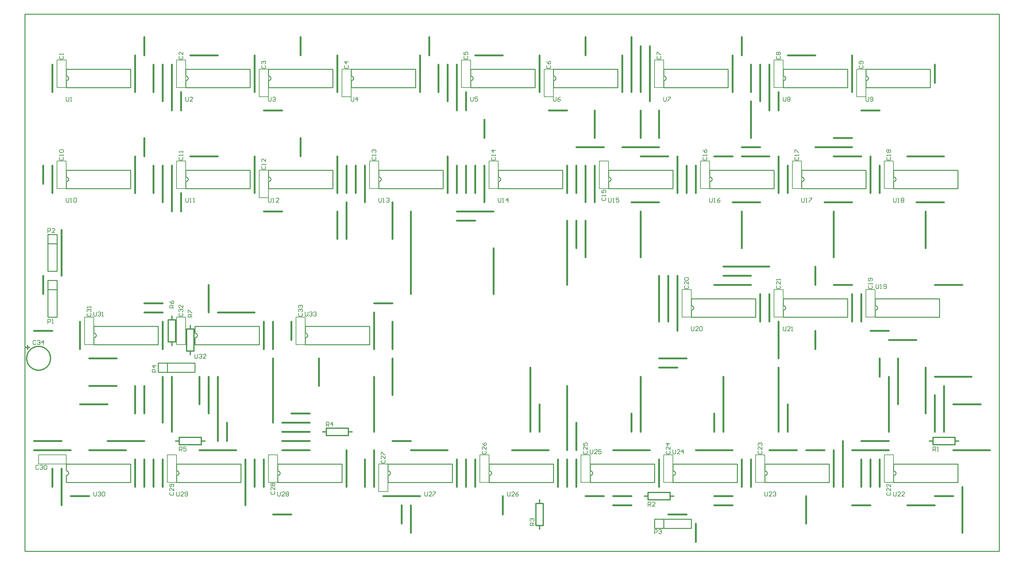
<source format=gto>
%FSLAX23Y23*%
%MOIN*%
G70*
G01*
G75*
%ADD10C,0.050*%
%ADD11C,0.050*%
%ADD12C,0.010*%
%ADD13C,0.009*%
%ADD14R,0.080X0.080*%
%ADD15C,0.080*%
%ADD16C,0.250*%
%ADD17C,0.012*%
%ADD18C,0.020*%
%ADD19C,0.008*%
%ADD20C,0.020*%
%ADD21C,0.006*%
D12*
X6545Y7395D02*
X6555Y7397D01*
X6563Y7402D01*
X6568Y7410D01*
X6570Y7420D01*
X6568Y7430D01*
X6563Y7438D01*
X6555Y7443D01*
X6545Y7445D01*
X7745Y7395D02*
X7755Y7397D01*
X7763Y7402D01*
X7768Y7410D01*
X7770Y7420D01*
X7768Y7430D01*
X7763Y7438D01*
X7755Y7443D01*
X7745Y7445D01*
X5145Y10195D02*
X5155Y10197D01*
X5163Y10202D01*
X5168Y10210D01*
X5170Y10220D01*
X5168Y10230D01*
X5163Y10238D01*
X5155Y10243D01*
X5145Y10245D01*
Y9095D02*
X5155Y9097D01*
X5163Y9102D01*
X5168Y9110D01*
X5170Y9120D01*
X5168Y9130D01*
X5163Y9138D01*
X5155Y9143D01*
X5145Y9145D01*
X6445Y9095D02*
X6455Y9097D01*
X6463Y9102D01*
X6468Y9110D01*
X6470Y9120D01*
X6468Y9130D01*
X6463Y9138D01*
X6455Y9143D01*
X6445Y9145D01*
X7345Y9095D02*
X7355Y9097D01*
X7363Y9102D01*
X7368Y9110D01*
X7370Y9120D01*
X7368Y9130D01*
X7363Y9138D01*
X7355Y9143D01*
X7345Y9145D01*
X8545Y9095D02*
X8555Y9097D01*
X8563Y9102D01*
X8568Y9110D01*
X8570Y9120D01*
X8568Y9130D01*
X8563Y9138D01*
X8555Y9143D01*
X8545Y9145D01*
X9845Y9095D02*
X9855Y9097D01*
X9863Y9102D01*
X9868Y9110D01*
X9870Y9120D01*
X9868Y9130D01*
X9863Y9138D01*
X9855Y9143D01*
X9845Y9145D01*
X11045Y9095D02*
X11055Y9097D01*
X11063Y9102D01*
X11068Y9110D01*
X11070Y9120D01*
X11068Y9130D01*
X11063Y9138D01*
X11055Y9143D01*
X11045Y9145D01*
X12145Y9095D02*
X12155Y9097D01*
X12163Y9102D01*
X12168Y9110D01*
X12170Y9120D01*
X12168Y9130D01*
X12163Y9138D01*
X12155Y9143D01*
X12145Y9145D01*
X13145Y9095D02*
X13155Y9097D01*
X13163Y9102D01*
X13168Y9110D01*
X13170Y9120D01*
X13168Y9130D01*
X13163Y9138D01*
X13155Y9143D01*
X13145Y9145D01*
X14145Y9095D02*
X14155Y9097D01*
X14163Y9102D01*
X14168Y9110D01*
X14170Y9120D01*
X14168Y9130D01*
X14163Y9138D01*
X14155Y9143D01*
X14145Y9145D01*
X13945Y7695D02*
X13955Y7697D01*
X13963Y7702D01*
X13968Y7710D01*
X13970Y7720D01*
X13968Y7730D01*
X13963Y7738D01*
X13955Y7743D01*
X13945Y7745D01*
X6445Y10195D02*
X6455Y10197D01*
X6463Y10202D01*
X6468Y10210D01*
X6470Y10220D01*
X6468Y10230D01*
X6463Y10238D01*
X6455Y10243D01*
X6445Y10245D01*
X11945Y7695D02*
X11955Y7697D01*
X11963Y7702D01*
X11968Y7710D01*
X11970Y7720D01*
X11968Y7730D01*
X11963Y7738D01*
X11955Y7743D01*
X11945Y7745D01*
X12945Y7695D02*
X12955Y7697D01*
X12963Y7702D01*
X12968Y7710D01*
X12970Y7720D01*
X12968Y7730D01*
X12963Y7738D01*
X12955Y7743D01*
X12945Y7745D01*
X14145Y5895D02*
X14155Y5897D01*
X14163Y5902D01*
X14168Y5910D01*
X14170Y5920D01*
X14168Y5930D01*
X14163Y5938D01*
X14155Y5943D01*
X14145Y5945D01*
X12745Y5895D02*
X12755Y5897D01*
X12763Y5902D01*
X12768Y5910D01*
X12770Y5920D01*
X12768Y5930D01*
X12763Y5938D01*
X12755Y5943D01*
X12745Y5945D01*
X11745Y5895D02*
X11755Y5897D01*
X11763Y5902D01*
X11768Y5910D01*
X11770Y5920D01*
X11768Y5930D01*
X11763Y5938D01*
X11755Y5943D01*
X11745Y5945D01*
X10845Y5895D02*
X10855Y5897D01*
X10863Y5902D01*
X10868Y5910D01*
X10870Y5920D01*
X10868Y5930D01*
X10863Y5938D01*
X10855Y5943D01*
X10845Y5945D01*
X9745Y5895D02*
X9755Y5897D01*
X9763Y5902D01*
X9768Y5910D01*
X9770Y5920D01*
X9768Y5930D01*
X9763Y5938D01*
X9755Y5943D01*
X9745Y5945D01*
X8645Y5895D02*
X8655Y5897D01*
X8663Y5902D01*
X8668Y5910D01*
X8670Y5920D01*
X8668Y5930D01*
X8663Y5938D01*
X8655Y5943D01*
X8645Y5945D01*
X7445Y5895D02*
X7455Y5897D01*
X7463Y5902D01*
X7468Y5910D01*
X7470Y5920D01*
X7468Y5930D01*
X7463Y5938D01*
X7455Y5943D01*
X7445Y5945D01*
X6345Y5895D02*
X6355Y5897D01*
X6363Y5902D01*
X6368Y5910D01*
X6370Y5920D01*
X6368Y5930D01*
X6363Y5938D01*
X6355Y5943D01*
X6345Y5945D01*
X7345Y10195D02*
X7355Y10197D01*
X7363Y10202D01*
X7368Y10210D01*
X7370Y10220D01*
X7368Y10230D01*
X7363Y10238D01*
X7355Y10243D01*
X7345Y10245D01*
X5145Y5895D02*
X5155Y5897D01*
X5163Y5902D01*
X5168Y5910D01*
X5170Y5920D01*
X5168Y5930D01*
X5163Y5938D01*
X5155Y5943D01*
X5145Y5945D01*
X5445Y7395D02*
X5455Y7397D01*
X5463Y7402D01*
X5468Y7410D01*
X5470Y7420D01*
X5468Y7430D01*
X5463Y7438D01*
X5455Y7443D01*
X5445Y7445D01*
X8245Y10195D02*
X8255Y10197D01*
X8263Y10202D01*
X8268Y10210D01*
X8270Y10220D01*
X8268Y10230D01*
X8263Y10238D01*
X8255Y10243D01*
X8245Y10245D01*
X9545Y10195D02*
X9555Y10197D01*
X9563Y10202D01*
X9568Y10210D01*
X9570Y10220D01*
X9568Y10230D01*
X9563Y10238D01*
X9555Y10243D01*
X9545Y10245D01*
X10445Y10195D02*
X10455Y10197D01*
X10463Y10202D01*
X10468Y10210D01*
X10470Y10220D01*
X10468Y10230D01*
X10463Y10238D01*
X10455Y10243D01*
X10445Y10245D01*
X11645Y10195D02*
X11655Y10197D01*
X11663Y10202D01*
X11668Y10210D01*
X11670Y10220D01*
X11668Y10230D01*
X11663Y10238D01*
X11655Y10243D01*
X11645Y10245D01*
X12945Y10195D02*
X12955Y10197D01*
X12963Y10202D01*
X12968Y10210D01*
X12970Y10220D01*
X12968Y10230D01*
X12963Y10238D01*
X12955Y10243D01*
X12945Y10245D01*
X13845Y10195D02*
X13855Y10197D01*
X13863Y10202D01*
X13868Y10210D01*
X13870Y10220D01*
X13868Y10230D01*
X13863Y10238D01*
X13855Y10243D01*
X13845Y10245D01*
X6545Y7320D02*
Y7395D01*
Y7445D02*
Y7520D01*
X7245D01*
Y7320D02*
Y7520D01*
X6545Y7320D02*
X7245D01*
X7745D02*
X8445D01*
Y7520D01*
X7745D02*
X8445D01*
X7745Y7445D02*
Y7520D01*
Y7320D02*
Y7395D01*
X5145Y10120D02*
Y10195D01*
Y10245D02*
Y10320D01*
X5845D01*
Y10120D02*
Y10320D01*
X5145Y10120D02*
X5845D01*
X5145Y9020D02*
X5845D01*
Y9220D01*
X5145D02*
X5845D01*
X5145Y9145D02*
Y9220D01*
Y9020D02*
Y9095D01*
X6445Y9020D02*
Y9095D01*
Y9145D02*
Y9220D01*
X7145D01*
Y9020D02*
Y9220D01*
X6445Y9020D02*
X7145D01*
X7345D02*
X8045D01*
Y9220D01*
X7345D02*
X8045D01*
X7345Y9145D02*
Y9220D01*
Y9020D02*
Y9095D01*
X8545Y9020D02*
Y9095D01*
Y9145D02*
Y9220D01*
X9245D01*
Y9020D02*
Y9220D01*
X8545Y9020D02*
X9245D01*
X9845D02*
X10545D01*
Y9220D01*
X9845D02*
X10545D01*
X9845Y9145D02*
Y9220D01*
Y9020D02*
Y9095D01*
X11045Y9020D02*
Y9095D01*
Y9145D02*
Y9220D01*
X11745D01*
Y9020D02*
Y9220D01*
X11045Y9020D02*
X11745D01*
X12145D02*
X12845D01*
Y9220D01*
X12145D02*
X12845D01*
X12145Y9145D02*
Y9220D01*
Y9020D02*
Y9095D01*
X13145Y9020D02*
Y9095D01*
Y9145D02*
Y9220D01*
X13845D01*
Y9020D02*
Y9220D01*
X13145Y9020D02*
X13845D01*
X14145D02*
X14845D01*
Y9220D01*
X14145D02*
X14845D01*
X14145Y9145D02*
Y9220D01*
Y9020D02*
Y9095D01*
X13945Y7620D02*
Y7695D01*
Y7745D02*
Y7820D01*
X14645D01*
Y7620D02*
Y7820D01*
X13945Y7620D02*
X14645D01*
X6445Y10120D02*
X7145D01*
Y10320D01*
X6445D02*
X7145D01*
X6445Y10245D02*
Y10320D01*
Y10120D02*
Y10195D01*
X11945Y7620D02*
Y7695D01*
Y7745D02*
Y7820D01*
X12645D01*
Y7620D02*
Y7820D01*
X11945Y7620D02*
X12645D01*
X12945D02*
X13645D01*
Y7820D01*
X12945D02*
X13645D01*
X12945Y7745D02*
Y7820D01*
Y7620D02*
Y7695D01*
X14145Y5820D02*
Y5895D01*
Y5945D02*
Y6020D01*
X14845D01*
Y5820D02*
Y6020D01*
X14145Y5820D02*
X14845D01*
X12745D02*
X13445D01*
Y6020D01*
X12745D02*
X13445D01*
X12745Y5945D02*
Y6020D01*
Y5820D02*
Y5895D01*
X11745Y5820D02*
Y5895D01*
Y5945D02*
Y6020D01*
X12445D01*
Y5820D02*
Y6020D01*
X11745Y5820D02*
X12445D01*
X10845D02*
X11545D01*
Y6020D01*
X10845D02*
X11545D01*
X10845Y5945D02*
Y6020D01*
Y5820D02*
Y5895D01*
X9745Y5820D02*
Y5895D01*
Y5945D02*
Y6020D01*
X10445D01*
Y5820D02*
Y6020D01*
X9745Y5820D02*
X10445D01*
X8645D02*
X9345D01*
Y6020D01*
X8645D02*
X9345D01*
X8645Y5945D02*
Y6020D01*
Y5820D02*
Y5895D01*
X7445Y5820D02*
Y5895D01*
Y5945D02*
Y6020D01*
X8145D01*
Y5820D02*
Y6020D01*
X7445Y5820D02*
X8145D01*
X6345D02*
X7045D01*
Y6020D01*
X6345D02*
X7045D01*
X6345Y5945D02*
Y6020D01*
Y5820D02*
Y5895D01*
X7345Y10120D02*
Y10195D01*
Y10245D02*
Y10320D01*
X8045D01*
Y10120D02*
Y10320D01*
X7345Y10120D02*
X8045D01*
X5145Y5820D02*
X5845D01*
Y6020D01*
X5145D02*
X5845D01*
X5145Y5945D02*
Y6020D01*
Y5820D02*
Y5895D01*
X5445Y7320D02*
Y7395D01*
Y7445D02*
Y7520D01*
X6145D01*
Y7320D02*
Y7520D01*
X5445Y7320D02*
X6145D01*
X8245Y10120D02*
X8945D01*
Y10320D01*
X8245D02*
X8945D01*
X8245Y10245D02*
Y10320D01*
Y10120D02*
Y10195D01*
X9545Y10120D02*
Y10195D01*
Y10245D02*
Y10320D01*
X10245D01*
Y10120D02*
Y10320D01*
X9545Y10120D02*
X10245D01*
X10445D02*
X11145D01*
Y10320D01*
X10445D02*
X11145D01*
X10445Y10245D02*
Y10320D01*
Y10120D02*
Y10195D01*
X11645Y10120D02*
Y10195D01*
Y10245D02*
Y10320D01*
X12345D01*
Y10120D02*
Y10320D01*
X11645Y10120D02*
X12345D01*
X12945D02*
X13645D01*
Y10320D01*
X12945D02*
X13645D01*
X12945Y10245D02*
Y10320D01*
Y10120D02*
Y10195D01*
X13845Y10120D02*
Y10195D01*
Y10245D02*
Y10320D01*
X14545D01*
Y10120D02*
Y10320D01*
X13845Y10120D02*
X14545D01*
X6245Y7020D02*
Y7120D01*
X6145Y7020D02*
Y7120D01*
X6545D01*
Y7020D02*
Y7120D01*
X6145Y7020D02*
X6545D01*
X11545Y5320D02*
X11945D01*
Y5420D01*
X11545D02*
X11945D01*
X11545Y5320D02*
Y5420D01*
X11645Y5320D02*
Y5420D01*
X4945Y8420D02*
X5045D01*
X4945Y8520D02*
X5045D01*
Y8120D02*
Y8520D01*
X4945Y8120D02*
X5045D01*
X4945D02*
Y8520D01*
Y7620D02*
Y8020D01*
Y7620D02*
X5045D01*
Y8020D01*
X4945D02*
X5045D01*
X4945Y7920D02*
X5045D01*
X4695Y5070D02*
X15295D01*
Y10920D01*
X4695Y5070D02*
Y10920D01*
X15295D01*
D17*
X4975Y7170D02*
X4975Y7180D01*
X4973Y7190D01*
X4972Y7200D01*
X4969Y7209D01*
X4966Y7219D01*
X4962Y7228D01*
X4957Y7236D01*
X4951Y7245D01*
X4945Y7253D01*
X4939Y7260D01*
X4931Y7267D01*
X4924Y7273D01*
X4916Y7279D01*
X4907Y7284D01*
X4898Y7289D01*
X4889Y7292D01*
X4879Y7295D01*
X4870Y7298D01*
X4860Y7299D01*
X4850Y7300D01*
X4840D01*
X4830Y7299D01*
X4820Y7298D01*
X4811Y7295D01*
X4801Y7292D01*
X4792Y7289D01*
X4783Y7284D01*
X4774Y7279D01*
X4766Y7273D01*
X4759Y7267D01*
X4751Y7260D01*
X4745Y7253D01*
X4739Y7245D01*
X4733Y7236D01*
X4728Y7228D01*
X4724Y7219D01*
X4721Y7209D01*
X4718Y7200D01*
X4717Y7190D01*
X4715Y7180D01*
X4715Y7170D01*
X4715Y7160D01*
X4717Y7150D01*
X4718Y7140D01*
X4721Y7131D01*
X4724Y7121D01*
X4728Y7112D01*
X4733Y7104D01*
X4739Y7095D01*
X4745Y7087D01*
X4751Y7080D01*
X4759Y7073D01*
X4766Y7067D01*
X4774Y7061D01*
X4783Y7056D01*
X4792Y7051D01*
X4801Y7048D01*
X4811Y7045D01*
X4820Y7042D01*
X4830Y7041D01*
X4840Y7040D01*
X4850D01*
X4860Y7041D01*
X4870Y7042D01*
X4879Y7045D01*
X4889Y7048D01*
X4898Y7051D01*
X4907Y7056D01*
X4916Y7061D01*
X4924Y7067D01*
X4931Y7073D01*
X4939Y7080D01*
X4945Y7087D01*
X4951Y7095D01*
X4957Y7104D01*
X4962Y7112D01*
X4966Y7121D01*
X4969Y7131D01*
X4972Y7140D01*
X4973Y7150D01*
X4975Y7160D01*
X4975Y7170D01*
X4725Y7270D02*
Y7310D01*
X4705Y7290D02*
X4745D01*
X14815Y6270D02*
X14855D01*
X14535D02*
X14575D01*
Y6230D02*
X14815D01*
Y6310D01*
X14575D02*
X14815D01*
X14575Y6230D02*
Y6310D01*
X11475Y5630D02*
Y5710D01*
X11715D01*
Y5630D02*
Y5710D01*
X11475Y5630D02*
X11715D01*
X11435Y5670D02*
X11475D01*
X11715D02*
X11755D01*
X10295Y5310D02*
Y5350D01*
Y5590D02*
Y5630D01*
X10255Y5350D02*
Y5590D01*
Y5350D02*
X10335D01*
Y5590D01*
X10255D02*
X10335D01*
X8215Y6330D02*
Y6410D01*
X7975Y6330D02*
X8215D01*
X7975D02*
Y6410D01*
X8215D01*
Y6370D02*
X8255D01*
X7935D02*
X7975D01*
X6335Y6270D02*
X6375D01*
X6615D02*
X6655D01*
X6375Y6310D02*
X6615D01*
X6375Y6230D02*
Y6310D01*
Y6230D02*
X6615D01*
Y6310D01*
X6255Y7590D02*
X6335D01*
Y7350D02*
Y7590D01*
X6255Y7350D02*
X6335D01*
X6255D02*
Y7590D01*
X6295D02*
Y7630D01*
Y7310D02*
Y7350D01*
X6495Y7210D02*
Y7250D01*
Y7490D02*
Y7530D01*
X6455Y7250D02*
Y7490D01*
Y7250D02*
X6535D01*
Y7490D01*
X6455D02*
X6535D01*
D18*
X14495Y8770D02*
D03*
D03*
X14395Y8870D02*
D03*
X14695Y9370D02*
D03*
X13995Y8970D02*
D03*
Y9270D02*
D03*
X13895Y9370D02*
D03*
Y8970D02*
D03*
Y9370D02*
D03*
X13795D02*
D03*
X13695Y9470D02*
D03*
X13495Y9570D02*
D03*
X11195Y10470D02*
D03*
D19*
X7645Y7370D02*
Y7570D01*
X7745Y7370D02*
Y7570D01*
X7645D02*
Y7620D01*
X7745D01*
Y7570D02*
Y7620D01*
X7645Y7320D02*
Y7370D01*
Y7320D02*
X7745D01*
Y7370D01*
X13845Y10020D02*
Y10070D01*
X13745Y10020D02*
X13845D01*
X13745D02*
Y10070D01*
X13845Y10270D02*
Y10320D01*
X13745D02*
X13845D01*
X13745Y10270D02*
Y10320D01*
X13845Y10070D02*
Y10270D01*
X13745Y10070D02*
Y10270D01*
X5045Y10170D02*
Y10370D01*
X5145Y10170D02*
Y10370D01*
X5045D02*
Y10420D01*
X5145D01*
Y10370D02*
Y10420D01*
X5045Y10120D02*
Y10170D01*
Y10120D02*
X5145D01*
Y10170D01*
Y9020D02*
Y9070D01*
X5045Y9020D02*
X5145D01*
X5045D02*
Y9070D01*
X5145Y9270D02*
Y9320D01*
X5045D02*
X5145D01*
X5045Y9270D02*
Y9320D01*
X5145Y9070D02*
Y9270D01*
X5045Y9070D02*
Y9270D01*
X6345Y9070D02*
Y9270D01*
X6445Y9070D02*
Y9270D01*
X6345D02*
Y9320D01*
X6445D01*
Y9270D02*
Y9320D01*
X6345Y9020D02*
Y9070D01*
Y9020D02*
X6445D01*
Y9070D01*
X7345Y8920D02*
Y8970D01*
X7245Y8920D02*
X7345D01*
X7245D02*
Y8970D01*
X7345Y9170D02*
Y9220D01*
X7245D02*
X7345D01*
X7245Y9170D02*
Y9220D01*
X7345Y8970D02*
Y9170D01*
X7245Y8970D02*
Y9170D01*
X8445Y9070D02*
Y9270D01*
X8545Y9070D02*
Y9270D01*
X8445D02*
Y9320D01*
X8545D01*
Y9270D02*
Y9320D01*
X8445Y9020D02*
Y9070D01*
Y9020D02*
X8545D01*
Y9070D01*
X9845Y9020D02*
Y9070D01*
X9745Y9020D02*
X9845D01*
X9745D02*
Y9070D01*
X9845Y9270D02*
Y9320D01*
X9745D02*
X9845D01*
X9745Y9270D02*
Y9320D01*
X9845Y9070D02*
Y9270D01*
X9745Y9070D02*
Y9270D01*
X10945Y9070D02*
Y9270D01*
X11045Y9070D02*
Y9270D01*
X10945D02*
Y9320D01*
X11045D01*
Y9270D02*
Y9320D01*
X10945Y9020D02*
Y9070D01*
Y9020D02*
X11045D01*
Y9070D01*
X12145Y9020D02*
Y9070D01*
X12045Y9020D02*
X12145D01*
X12045D02*
Y9070D01*
X12145Y9270D02*
Y9320D01*
X12045D02*
X12145D01*
X12045Y9270D02*
Y9320D01*
X12145Y9070D02*
Y9270D01*
X12045Y9070D02*
Y9270D01*
X13045Y9070D02*
Y9270D01*
X13145Y9070D02*
Y9270D01*
X13045D02*
Y9320D01*
X13145D01*
Y9270D02*
Y9320D01*
X13045Y9020D02*
Y9070D01*
Y9020D02*
X13145D01*
Y9070D01*
X14145Y9020D02*
Y9070D01*
X14045Y9020D02*
X14145D01*
X14045D02*
Y9070D01*
X14145Y9270D02*
Y9320D01*
X14045D02*
X14145D01*
X14045Y9270D02*
Y9320D01*
X14145Y9070D02*
Y9270D01*
X14045Y9070D02*
Y9270D01*
X13845Y7670D02*
Y7870D01*
X13945Y7670D02*
Y7870D01*
X13845D02*
Y7920D01*
X13945D01*
Y7870D02*
Y7920D01*
X13845Y7620D02*
Y7670D01*
Y7620D02*
X13945D01*
Y7670D01*
X6445Y10120D02*
Y10170D01*
X6345Y10120D02*
X6445D01*
X6345D02*
Y10170D01*
X6445Y10370D02*
Y10420D01*
X6345D02*
X6445D01*
X6345Y10370D02*
Y10420D01*
X6445Y10170D02*
Y10370D01*
X6345Y10170D02*
Y10370D01*
X11845Y7670D02*
Y7870D01*
X11945Y7670D02*
Y7870D01*
X11845D02*
Y7920D01*
X11945D01*
Y7870D02*
Y7920D01*
X11845Y7620D02*
Y7670D01*
Y7620D02*
X11945D01*
Y7670D01*
X12945Y7620D02*
Y7670D01*
X12845Y7620D02*
X12945D01*
X12845D02*
Y7670D01*
X12945Y7870D02*
Y7920D01*
X12845D02*
X12945D01*
X12845Y7870D02*
Y7920D01*
X12945Y7670D02*
Y7870D01*
X12845Y7670D02*
Y7870D01*
X14045Y5870D02*
Y6070D01*
X14145Y5870D02*
Y6070D01*
X14045D02*
Y6120D01*
X14145D01*
Y6070D02*
Y6120D01*
X14045Y5820D02*
Y5870D01*
Y5820D02*
X14145D01*
Y5870D01*
X12745Y5820D02*
Y5870D01*
X12645Y5820D02*
X12745D01*
X12645D02*
Y5870D01*
X12745Y6070D02*
Y6120D01*
X12645D02*
X12745D01*
X12645Y6070D02*
Y6120D01*
X12745Y5870D02*
Y6070D01*
X12645Y5870D02*
Y6070D01*
X11645Y5870D02*
Y6070D01*
X11745Y5870D02*
Y6070D01*
X11645D02*
Y6120D01*
X11745D01*
Y6070D02*
Y6120D01*
X11645Y5820D02*
Y5870D01*
Y5820D02*
X11745D01*
Y5870D01*
X10845Y5820D02*
Y5870D01*
X10745Y5820D02*
X10845D01*
X10745D02*
Y5870D01*
X10845Y6070D02*
Y6120D01*
X10745D02*
X10845D01*
X10745Y6070D02*
Y6120D01*
X10845Y5870D02*
Y6070D01*
X10745Y5870D02*
Y6070D01*
X9645Y5870D02*
Y6070D01*
X9745Y5870D02*
Y6070D01*
X9645D02*
Y6120D01*
X9745D01*
Y6070D02*
Y6120D01*
X9645Y5820D02*
Y5870D01*
Y5820D02*
X9745D01*
Y5870D01*
X8645Y5720D02*
Y5770D01*
X8545Y5720D02*
X8645D01*
X8545D02*
Y5770D01*
X8645Y5970D02*
Y6020D01*
X8545D02*
X8645D01*
X8545Y5970D02*
Y6020D01*
X8645Y5770D02*
Y5970D01*
X8545Y5770D02*
Y5970D01*
X7345Y5870D02*
Y6070D01*
X7445Y5870D02*
Y6070D01*
X7345D02*
Y6120D01*
X7445D01*
Y6070D02*
Y6120D01*
X7345Y5820D02*
Y5870D01*
Y5820D02*
X7445D01*
Y5870D01*
X6345Y5820D02*
Y5870D01*
X6245Y5820D02*
X6345D01*
X6245D02*
Y5870D01*
X6345Y6070D02*
Y6120D01*
X6245D02*
X6345D01*
X6245Y6070D02*
Y6120D01*
X6345Y5870D02*
Y6070D01*
X6245Y5870D02*
Y6070D01*
X7245Y10070D02*
Y10270D01*
X7345Y10070D02*
Y10270D01*
X7245D02*
Y10320D01*
X7345D01*
Y10270D02*
Y10320D01*
X7245Y10020D02*
Y10070D01*
Y10020D02*
X7345D01*
Y10070D01*
X4845Y6020D02*
X4895D01*
X4845D02*
Y6120D01*
X4895D01*
X5095Y6020D02*
X5145D01*
Y6120D01*
X5095D02*
X5145D01*
X4895Y6020D02*
X5095D01*
X4895Y6120D02*
X5095D01*
X5345Y7370D02*
Y7570D01*
X5445Y7370D02*
Y7570D01*
X5345D02*
Y7620D01*
X5445D01*
Y7570D02*
Y7620D01*
X5345Y7320D02*
Y7370D01*
Y7320D02*
X5445D01*
Y7370D01*
X6445Y7320D02*
Y7370D01*
X6345Y7320D02*
X6445D01*
X6345D02*
Y7370D01*
X6445Y7570D02*
Y7620D01*
X6345D02*
X6445D01*
X6345Y7570D02*
Y7620D01*
X6445Y7370D02*
Y7570D01*
X6345Y7370D02*
Y7570D01*
X8145Y10070D02*
Y10270D01*
X8245Y10070D02*
Y10270D01*
X8145D02*
Y10320D01*
X8245D01*
Y10270D02*
Y10320D01*
X8145Y10020D02*
Y10070D01*
Y10020D02*
X8245D01*
Y10070D01*
X9545Y10120D02*
Y10170D01*
X9445Y10120D02*
X9545D01*
X9445D02*
Y10170D01*
X9545Y10370D02*
Y10420D01*
X9445D02*
X9545D01*
X9445Y10370D02*
Y10420D01*
X9545Y10170D02*
Y10370D01*
X9445Y10170D02*
Y10370D01*
X10345Y10070D02*
Y10270D01*
X10445Y10070D02*
Y10270D01*
X10345D02*
Y10320D01*
X10445D01*
Y10270D02*
Y10320D01*
X10345Y10020D02*
Y10070D01*
Y10020D02*
X10445D01*
Y10070D01*
X11645Y10120D02*
Y10170D01*
X11545Y10120D02*
X11645D01*
X11545D02*
Y10170D01*
X11645Y10370D02*
Y10420D01*
X11545D02*
X11645D01*
X11545Y10370D02*
Y10420D01*
X11645Y10170D02*
Y10370D01*
X11545Y10170D02*
Y10370D01*
X12845Y10170D02*
Y10370D01*
X12945Y10170D02*
Y10370D01*
X12845D02*
Y10420D01*
X12945D01*
Y10370D02*
Y10420D01*
X12845Y10120D02*
Y10170D01*
Y10120D02*
X12945D01*
Y10170D01*
D20*
X5095Y8070D02*
Y8570D01*
X4995Y8970D02*
Y9270D01*
X4895Y9070D02*
Y9270D01*
X5995Y9370D02*
Y9570D01*
X5895Y8970D02*
Y9370D01*
X6395Y8770D02*
Y8970D01*
X6295Y8770D02*
Y9270D01*
X6195Y8870D02*
Y9270D01*
X6095Y8970D02*
Y9270D01*
X9795Y7870D02*
Y8370D01*
X9395Y8670D02*
X9595D01*
X9395Y8770D02*
X9545D01*
X9445D02*
X9795D01*
X9495Y8970D02*
Y9270D01*
X9595Y8970D02*
Y9270D01*
X9695Y8870D02*
Y9270D01*
X9395Y8970D02*
Y9270D01*
X9295Y8970D02*
Y9370D01*
X7695D02*
Y9570D01*
X6495Y9370D02*
X6795D01*
X7195Y8970D02*
Y9370D01*
X7295Y8770D02*
X7495D01*
X8095Y8970D02*
Y9370D01*
X8195Y8970D02*
Y9270D01*
X8295Y8970D02*
Y9270D01*
X8395Y8870D02*
Y9270D01*
X8095Y8470D02*
Y8770D01*
X8195Y8470D02*
Y8870D01*
X8695Y8470D02*
Y8870D01*
X8895Y7870D02*
Y8770D01*
X8695Y7270D02*
Y7570D01*
X8495Y7770D02*
X8695D01*
X8495Y7270D02*
Y7670D01*
X7595Y7370D02*
Y7570D01*
X7395Y7270D02*
Y7570D01*
X4895Y7870D02*
Y8070D01*
X7295Y7270D02*
Y7570D01*
X6795Y7670D02*
X7195D01*
X6695D02*
Y7970D01*
X6195Y7270D02*
Y7570D01*
X5995Y7670D02*
X6195D01*
X5995Y7770D02*
X6195D01*
X5295Y7270D02*
Y7570D01*
X4795Y7470D02*
X4845D01*
X4995D01*
X4795Y6270D02*
X5095D01*
X4795Y6170D02*
X5195D01*
X4995Y5770D02*
Y5970D01*
X5095Y5570D02*
Y5970D01*
X5195Y5670D02*
X5395D01*
X5895Y5770D02*
Y6070D01*
X5995Y6020D02*
Y6070D01*
Y5770D02*
Y6020D01*
X6095Y5770D02*
Y6070D01*
X6195Y5770D02*
Y6070D01*
X5395Y7170D02*
X5695D01*
X5395Y6870D02*
X5695D01*
X5295Y6670D02*
X5595D01*
X5395Y6170D02*
X5795D01*
X5595Y6270D02*
X5995D01*
X5895Y6570D02*
Y6870D01*
X5995Y6570D02*
Y6870D01*
X6195Y6470D02*
Y6970D01*
X6295Y6370D02*
Y6970D01*
X6595Y6670D02*
Y6970D01*
X6695Y6570D02*
Y6970D01*
X6895Y6270D02*
Y6470D01*
X6795Y6270D02*
Y6970D01*
X6595Y6170D02*
X6995D01*
X7095Y5570D02*
Y6070D01*
X7295Y5770D02*
Y5820D01*
Y6070D01*
X7195Y5770D02*
Y6070D01*
X8695Y6770D02*
Y6820D01*
Y7170D01*
X8495Y6370D02*
Y6970D01*
X7895Y6870D02*
Y7170D01*
X7395Y6470D02*
Y7170D01*
X7495Y6170D02*
X7795D01*
X7495Y6270D02*
X7795D01*
X7495Y6370D02*
X7795D01*
X7595Y6570D02*
X7795D01*
X7495Y6470D02*
X7795D01*
X7395Y5470D02*
X7595D01*
X8195Y5770D02*
Y6170D01*
X8795Y5370D02*
Y5570D01*
X8895Y5270D02*
Y5570D01*
X8595Y5670D02*
X8995D01*
X8395Y5770D02*
Y6070D01*
X8495Y5770D02*
Y6170D01*
X8695Y6270D02*
X8895D01*
Y6170D02*
X9295D01*
X9395Y5770D02*
Y6070D01*
X9495Y5770D02*
Y6070D01*
X9595Y6020D02*
Y6070D01*
Y5770D02*
Y6020D01*
X9895Y5470D02*
Y5670D01*
X10295Y6370D02*
Y6670D01*
X10195Y6370D02*
Y7070D01*
X9995Y6170D02*
X10395D01*
X10495Y5770D02*
Y6070D01*
X10595Y5770D02*
Y6070D01*
Y6170D02*
Y6870D01*
X10695Y6170D02*
Y6470D01*
Y5770D02*
Y6070D01*
X10795Y5670D02*
X10995D01*
X11095D02*
X11295D01*
X11095Y5570D02*
X11295D01*
Y6370D02*
Y6570D01*
X11395Y6370D02*
Y6970D01*
X11595Y7170D02*
X11895D01*
X11595Y7070D02*
X11795D01*
X12295Y6370D02*
Y6970D01*
X12195Y6370D02*
Y6570D01*
X11095Y6170D02*
X11495D01*
X11595Y5770D02*
Y6070D01*
X11695Y5470D02*
X11895D01*
X11995Y6170D02*
X12395D01*
X11995Y5170D02*
Y5370D01*
X12195Y5570D02*
X12395D01*
X12195Y5670D02*
X12395D01*
X12595Y5770D02*
Y6070D01*
X12495Y5770D02*
Y6070D01*
X12795Y6170D02*
X13095D01*
X13195D02*
X13395D01*
X13195Y5370D02*
Y5670D01*
X13495Y5770D02*
Y6170D01*
X13595Y5770D02*
Y6270D01*
X13895Y5770D02*
Y6070D01*
X13795Y5770D02*
Y6070D01*
X13695Y5570D02*
X13895D01*
X13995Y5770D02*
Y6070D01*
X14295Y5570D02*
X14595D01*
Y5670D02*
X14795D01*
X14895Y5270D02*
Y5770D01*
X13695Y6170D02*
X14095D01*
X13795Y6270D02*
X14095D01*
Y6370D02*
Y6970D01*
X14795Y6170D02*
X15195D01*
X14595Y6370D02*
Y6770D01*
X14695Y6370D02*
Y6870D01*
X14795Y6670D02*
X15095D01*
X14595Y6970D02*
X14995D01*
X14495Y6570D02*
Y7070D01*
X14195Y6670D02*
Y6720D01*
Y7170D01*
X13995Y6970D02*
Y7170D01*
X14095Y7370D02*
X14395D01*
X14595Y7970D02*
X14895D01*
X13895Y7470D02*
X14095D01*
X13795Y7570D02*
Y7870D01*
X13295Y7970D02*
Y8170D01*
X13495Y7970D02*
X13695D01*
Y7570D02*
Y7870D01*
X13295Y7270D02*
Y7470D01*
X12995Y6370D02*
Y6670D01*
X12895Y6370D02*
Y7070D01*
Y7170D02*
Y7570D01*
X12795D02*
Y7870D01*
X12695Y7570D02*
Y7870D01*
X12295Y8170D02*
X12795D01*
X12295Y8070D02*
X12595D01*
X12195Y7970D02*
X12595D01*
X11695Y7920D02*
Y8070D01*
X11795Y7920D02*
Y8070D01*
Y7470D02*
Y8020D01*
X11695Y7570D02*
Y8020D01*
X11595Y7570D02*
Y8070D01*
X10795Y8270D02*
Y8670D01*
X10695Y8370D02*
Y8670D01*
X10595Y7970D02*
Y8670D01*
Y8970D02*
Y9270D01*
X10695Y8970D02*
Y9270D01*
X10795Y8870D02*
Y9270D01*
X10895Y8870D02*
Y9270D01*
X11395Y8270D02*
Y8770D01*
X11295Y8870D02*
X11595D01*
X11795Y8970D02*
Y9370D01*
X11895Y8970D02*
Y9270D01*
X11995Y8970D02*
Y9270D01*
X12495Y8370D02*
Y8770D01*
X12645Y8870D02*
X12695D01*
X12395D02*
X12645D01*
X12195Y9370D02*
X12395D01*
X12495D02*
X12795D01*
X12995Y8970D02*
Y9270D01*
X12895Y8970D02*
Y9370D01*
X12495Y9470D02*
X12695D01*
X13395Y8870D02*
X13695D01*
X13495Y8270D02*
Y8770D01*
X14495Y8370D02*
Y8770D01*
X14395Y8870D02*
X14695D01*
X14295Y9370D02*
X14695D01*
X13995Y8970D02*
Y9270D01*
X13895Y8970D02*
Y9370D01*
X13495D02*
X13795D01*
X13295Y9470D02*
X13695D01*
X13495Y9570D02*
X13695D01*
X14595Y10170D02*
Y10370D01*
X13795Y9870D02*
X13995D01*
X13695Y10070D02*
Y10470D01*
X12995D02*
X13045D01*
X13295D01*
X12895Y9870D02*
Y10070D01*
X12795Y9870D02*
Y10370D01*
X12595Y9570D02*
Y9970D01*
X12695D02*
Y10370D01*
X12595Y10070D02*
Y10370D01*
X12395Y10070D02*
Y10470D01*
X12495D02*
Y10670D01*
X11395Y9370D02*
X11695D01*
X10695Y9470D02*
X10995D01*
X11195D02*
X11595D01*
Y9570D02*
Y9870D01*
X11395Y9570D02*
Y9870D01*
X10895Y9570D02*
Y9870D01*
X11495Y9970D02*
Y10570D01*
X11395Y10070D02*
Y10570D01*
X11195Y10070D02*
Y10470D01*
X11295Y10070D02*
Y10670D01*
X10795Y10470D02*
Y10670D01*
X10395Y9870D02*
X10595D01*
X10295Y10070D02*
Y10470D01*
X9695Y9570D02*
Y9770D01*
X9595Y10470D02*
X9895D01*
X9495Y9870D02*
Y10070D01*
X9395Y9870D02*
Y10370D01*
X9295Y9970D02*
Y10370D01*
X9195Y10070D02*
Y10370D01*
X9095Y10470D02*
Y10670D01*
X8995Y10070D02*
Y10470D01*
X8095Y10070D02*
Y10470D01*
X7695D02*
Y10670D01*
X7295Y9870D02*
X7495D01*
X7195Y10070D02*
Y10470D01*
X6495D02*
X6545D01*
X6795D01*
X5995D02*
Y10670D01*
X6395Y9870D02*
Y10070D01*
X6295Y9870D02*
Y10370D01*
X6195Y9970D02*
Y10370D01*
X6095Y10070D02*
Y10370D01*
X5895Y10070D02*
Y10470D01*
X4995Y10070D02*
Y10370D01*
D21*
X4945Y7550D02*
Y7595D01*
X4967D01*
X4975Y7587D01*
Y7572D01*
X4967Y7565D01*
X4945D01*
X4990Y7550D02*
X5005D01*
X4997D01*
Y7595D01*
X4990Y7587D01*
X4815Y7357D02*
X4807Y7365D01*
X4792D01*
X4785Y7357D01*
Y7327D01*
X4792Y7320D01*
X4807D01*
X4815Y7327D01*
X4830Y7357D02*
X4837Y7365D01*
X4852D01*
X4860Y7357D01*
Y7350D01*
X4852Y7342D01*
X4845D01*
X4852D01*
X4860Y7335D01*
Y7327D01*
X4852Y7320D01*
X4837D01*
X4830Y7327D01*
X4897Y7320D02*
Y7365D01*
X4875Y7342D01*
X4905D01*
X12878Y10460D02*
X12870Y10452D01*
Y10437D01*
X12878Y10430D01*
X12908D01*
X12915Y10437D01*
Y10452D01*
X12908Y10460D01*
X12878Y10475D02*
X12870Y10482D01*
Y10497D01*
X12878Y10505D01*
X12885D01*
X12893Y10497D01*
X12900Y10505D01*
X12908D01*
X12915Y10497D01*
Y10482D01*
X12908Y10475D01*
X12900D01*
X12893Y10482D01*
X12885Y10475D01*
X12878D01*
X12893Y10482D02*
Y10497D01*
X6515Y7620D02*
X6470D01*
Y7642D01*
X6478Y7650D01*
X6493D01*
X6500Y7642D01*
Y7620D01*
Y7635D02*
X6515Y7650D01*
X6470Y7665D02*
Y7695D01*
X6478D01*
X6508Y7665D01*
X6515D01*
X13845Y10015D02*
Y9977D01*
X13852Y9970D01*
X13867D01*
X13875Y9977D01*
Y10015D01*
X13890Y9977D02*
X13897Y9970D01*
X13912D01*
X13920Y9977D01*
Y10007D01*
X13912Y10015D01*
X13897D01*
X13890Y10007D01*
Y10000D01*
X13897Y9992D01*
X13920D01*
X12945Y10015D02*
Y9977D01*
X12952Y9970D01*
X12967D01*
X12975Y9977D01*
Y10015D01*
X12990Y10007D02*
X12997Y10015D01*
X13012D01*
X13020Y10007D01*
Y10000D01*
X13012Y9992D01*
X13020Y9985D01*
Y9977D01*
X13012Y9970D01*
X12997D01*
X12990Y9977D01*
Y9985D01*
X12997Y9992D01*
X12990Y10000D01*
Y10007D01*
X12997Y9992D02*
X13012D01*
X11645Y10015D02*
Y9977D01*
X11652Y9970D01*
X11667D01*
X11675Y9977D01*
Y10015D01*
X11690D02*
X11720D01*
Y10007D01*
X11690Y9977D01*
Y9970D01*
X10445Y10015D02*
Y9977D01*
X10452Y9970D01*
X10467D01*
X10475Y9977D01*
Y10015D01*
X10520D02*
X10505Y10007D01*
X10490Y9992D01*
Y9977D01*
X10497Y9970D01*
X10512D01*
X10520Y9977D01*
Y9985D01*
X10512Y9992D01*
X10490D01*
X9545Y10015D02*
Y9977D01*
X9552Y9970D01*
X9567D01*
X9575Y9977D01*
Y10015D01*
X9620D02*
X9590D01*
Y9992D01*
X9605Y10000D01*
X9612D01*
X9620Y9992D01*
Y9977D01*
X9612Y9970D01*
X9597D01*
X9590Y9977D01*
X8245Y10015D02*
Y9977D01*
X8252Y9970D01*
X8267D01*
X8275Y9977D01*
Y10015D01*
X8312Y9970D02*
Y10015D01*
X8290Y9992D01*
X8320D01*
X5445Y7675D02*
Y7637D01*
X5452Y7630D01*
X5467D01*
X5475Y7637D01*
Y7675D01*
X5490Y7667D02*
X5497Y7675D01*
X5512D01*
X5520Y7667D01*
Y7660D01*
X5512Y7652D01*
X5505D01*
X5512D01*
X5520Y7645D01*
Y7637D01*
X5512Y7630D01*
X5497D01*
X5490Y7637D01*
X5535Y7630D02*
X5550D01*
X5542D01*
Y7675D01*
X5535Y7667D01*
X5445Y5715D02*
Y5677D01*
X5452Y5670D01*
X5467D01*
X5475Y5677D01*
Y5715D01*
X5490Y5707D02*
X5497Y5715D01*
X5512D01*
X5520Y5707D01*
Y5700D01*
X5512Y5692D01*
X5505D01*
X5512D01*
X5520Y5685D01*
Y5677D01*
X5512Y5670D01*
X5497D01*
X5490Y5677D01*
X5535Y5707D02*
X5542Y5715D01*
X5557D01*
X5565Y5707D01*
Y5677D01*
X5557Y5670D01*
X5542D01*
X5535Y5677D01*
Y5707D01*
X7345Y10015D02*
Y9977D01*
X7352Y9970D01*
X7367D01*
X7375Y9977D01*
Y10015D01*
X7390Y10007D02*
X7397Y10015D01*
X7412D01*
X7420Y10007D01*
Y10000D01*
X7412Y9992D01*
X7405D01*
X7412D01*
X7420Y9985D01*
Y9977D01*
X7412Y9970D01*
X7397D01*
X7390Y9977D01*
X6345Y5715D02*
Y5677D01*
X6352Y5670D01*
X6367D01*
X6375Y5677D01*
Y5715D01*
X6420Y5670D02*
X6390D01*
X6420Y5700D01*
Y5707D01*
X6412Y5715D01*
X6397D01*
X6390Y5707D01*
X6435Y5677D02*
X6442Y5670D01*
X6457D01*
X6465Y5677D01*
Y5707D01*
X6457Y5715D01*
X6442D01*
X6435Y5707D01*
Y5700D01*
X6442Y5692D01*
X6465D01*
X7445Y5715D02*
Y5677D01*
X7452Y5670D01*
X7467D01*
X7475Y5677D01*
Y5715D01*
X7520Y5670D02*
X7490D01*
X7520Y5700D01*
Y5707D01*
X7512Y5715D01*
X7497D01*
X7490Y5707D01*
X7535D02*
X7542Y5715D01*
X7557D01*
X7565Y5707D01*
Y5700D01*
X7557Y5692D01*
X7565Y5685D01*
Y5677D01*
X7557Y5670D01*
X7542D01*
X7535Y5677D01*
Y5685D01*
X7542Y5692D01*
X7535Y5700D01*
Y5707D01*
X7542Y5692D02*
X7557D01*
X9045Y5715D02*
Y5677D01*
X9052Y5670D01*
X9067D01*
X9075Y5677D01*
Y5715D01*
X9120Y5670D02*
X9090D01*
X9120Y5700D01*
Y5707D01*
X9112Y5715D01*
X9097D01*
X9090Y5707D01*
X9135Y5715D02*
X9165D01*
Y5707D01*
X9135Y5677D01*
Y5670D01*
X9945Y5715D02*
Y5677D01*
X9952Y5670D01*
X9967D01*
X9975Y5677D01*
Y5715D01*
X10020Y5670D02*
X9990D01*
X10020Y5700D01*
Y5707D01*
X10012Y5715D01*
X9997D01*
X9990Y5707D01*
X10065Y5715D02*
X10050Y5707D01*
X10035Y5692D01*
Y5677D01*
X10042Y5670D01*
X10057D01*
X10065Y5677D01*
Y5685D01*
X10057Y5692D01*
X10035D01*
X10845Y6175D02*
Y6137D01*
X10852Y6130D01*
X10867D01*
X10875Y6137D01*
Y6175D01*
X10920Y6130D02*
X10890D01*
X10920Y6160D01*
Y6167D01*
X10912Y6175D01*
X10897D01*
X10890Y6167D01*
X10965Y6175D02*
X10935D01*
Y6152D01*
X10950Y6160D01*
X10957D01*
X10965Y6152D01*
Y6137D01*
X10957Y6130D01*
X10942D01*
X10935Y6137D01*
X11745Y6175D02*
Y6137D01*
X11752Y6130D01*
X11767D01*
X11775Y6137D01*
Y6175D01*
X11820Y6130D02*
X11790D01*
X11820Y6160D01*
Y6167D01*
X11812Y6175D01*
X11797D01*
X11790Y6167D01*
X11857Y6130D02*
Y6175D01*
X11835Y6152D01*
X11865D01*
X12745Y5715D02*
Y5677D01*
X12752Y5670D01*
X12767D01*
X12775Y5677D01*
Y5715D01*
X12820Y5670D02*
X12790D01*
X12820Y5700D01*
Y5707D01*
X12812Y5715D01*
X12797D01*
X12790Y5707D01*
X12835D02*
X12842Y5715D01*
X12857D01*
X12865Y5707D01*
Y5700D01*
X12857Y5692D01*
X12850D01*
X12857D01*
X12865Y5685D01*
Y5677D01*
X12857Y5670D01*
X12842D01*
X12835Y5677D01*
X14145Y5715D02*
Y5677D01*
X14152Y5670D01*
X14167D01*
X14175Y5677D01*
Y5715D01*
X14220Y5670D02*
X14190D01*
X14220Y5700D01*
Y5707D01*
X14212Y5715D01*
X14197D01*
X14190Y5707D01*
X14265Y5670D02*
X14235D01*
X14265Y5700D01*
Y5707D01*
X14257Y5715D01*
X14242D01*
X14235Y5707D01*
X12945Y7515D02*
Y7477D01*
X12952Y7470D01*
X12967D01*
X12975Y7477D01*
Y7515D01*
X13020Y7470D02*
X12990D01*
X13020Y7500D01*
Y7507D01*
X13012Y7515D01*
X12997D01*
X12990Y7507D01*
X13035Y7470D02*
X13050D01*
X13042D01*
Y7515D01*
X13035Y7507D01*
X11945Y7515D02*
Y7477D01*
X11952Y7470D01*
X11967D01*
X11975Y7477D01*
Y7515D01*
X12020Y7470D02*
X11990D01*
X12020Y7500D01*
Y7507D01*
X12012Y7515D01*
X11997D01*
X11990Y7507D01*
X12035D02*
X12042Y7515D01*
X12057D01*
X12065Y7507D01*
Y7477D01*
X12057Y7470D01*
X12042D01*
X12035Y7477D01*
Y7507D01*
X6445Y10015D02*
Y9977D01*
X6452Y9970D01*
X6467D01*
X6475Y9977D01*
Y10015D01*
X6520Y9970D02*
X6490D01*
X6520Y10000D01*
Y10007D01*
X6512Y10015D01*
X6497D01*
X6490Y10007D01*
X13955Y7975D02*
Y7937D01*
X13962Y7930D01*
X13977D01*
X13985Y7937D01*
Y7975D01*
X14000Y7930D02*
X14015D01*
X14007D01*
Y7975D01*
X14000Y7967D01*
X14037Y7937D02*
X14045Y7930D01*
X14060D01*
X14067Y7937D01*
Y7967D01*
X14060Y7975D01*
X14045D01*
X14037Y7967D01*
Y7960D01*
X14045Y7952D01*
X14067D01*
X14145Y8915D02*
Y8877D01*
X14152Y8870D01*
X14167D01*
X14175Y8877D01*
Y8915D01*
X14190Y8870D02*
X14205D01*
X14197D01*
Y8915D01*
X14190Y8907D01*
X14227D02*
X14235Y8915D01*
X14250D01*
X14257Y8907D01*
Y8900D01*
X14250Y8892D01*
X14257Y8885D01*
Y8877D01*
X14250Y8870D01*
X14235D01*
X14227Y8877D01*
Y8885D01*
X14235Y8892D01*
X14227Y8900D01*
Y8907D01*
X14235Y8892D02*
X14250D01*
X13145Y8915D02*
Y8877D01*
X13152Y8870D01*
X13167D01*
X13175Y8877D01*
Y8915D01*
X13190Y8870D02*
X13205D01*
X13197D01*
Y8915D01*
X13190Y8907D01*
X13227Y8915D02*
X13257D01*
Y8907D01*
X13227Y8877D01*
Y8870D01*
X12145Y8915D02*
Y8877D01*
X12152Y8870D01*
X12167D01*
X12175Y8877D01*
Y8915D01*
X12190Y8870D02*
X12205D01*
X12197D01*
Y8915D01*
X12190Y8907D01*
X12257Y8915D02*
X12242Y8907D01*
X12227Y8892D01*
Y8877D01*
X12235Y8870D01*
X12250D01*
X12257Y8877D01*
Y8885D01*
X12250Y8892D01*
X12227D01*
X11045Y8915D02*
Y8877D01*
X11052Y8870D01*
X11067D01*
X11075Y8877D01*
Y8915D01*
X11090Y8870D02*
X11105D01*
X11097D01*
Y8915D01*
X11090Y8907D01*
X11157Y8915D02*
X11127D01*
Y8892D01*
X11142Y8900D01*
X11150D01*
X11157Y8892D01*
Y8877D01*
X11150Y8870D01*
X11135D01*
X11127Y8877D01*
X9845Y8915D02*
Y8877D01*
X9852Y8870D01*
X9867D01*
X9875Y8877D01*
Y8915D01*
X9890Y8870D02*
X9905D01*
X9897D01*
Y8915D01*
X9890Y8907D01*
X9950Y8870D02*
Y8915D01*
X9927Y8892D01*
X9957D01*
X8545Y8915D02*
Y8877D01*
X8552Y8870D01*
X8567D01*
X8575Y8877D01*
Y8915D01*
X8590Y8870D02*
X8605D01*
X8597D01*
Y8915D01*
X8590Y8907D01*
X8627D02*
X8635Y8915D01*
X8650D01*
X8657Y8907D01*
Y8900D01*
X8650Y8892D01*
X8642D01*
X8650D01*
X8657Y8885D01*
Y8877D01*
X8650Y8870D01*
X8635D01*
X8627Y8877D01*
X7345Y8915D02*
Y8877D01*
X7352Y8870D01*
X7367D01*
X7375Y8877D01*
Y8915D01*
X7390Y8870D02*
X7405D01*
X7397D01*
Y8915D01*
X7390Y8907D01*
X7457Y8870D02*
X7427D01*
X7457Y8900D01*
Y8907D01*
X7450Y8915D01*
X7435D01*
X7427Y8907D01*
X6445Y8915D02*
Y8877D01*
X6452Y8870D01*
X6467D01*
X6475Y8877D01*
Y8915D01*
X6490Y8870D02*
X6505D01*
X6497D01*
Y8915D01*
X6490Y8907D01*
X6527Y8870D02*
X6542D01*
X6535D01*
Y8915D01*
X6527Y8907D01*
X5145Y8915D02*
Y8877D01*
X5152Y8870D01*
X5167D01*
X5175Y8877D01*
Y8915D01*
X5190Y8870D02*
X5205D01*
X5197D01*
Y8915D01*
X5190Y8907D01*
X5227D02*
X5235Y8915D01*
X5250D01*
X5257Y8907D01*
Y8877D01*
X5250Y8870D01*
X5235D01*
X5227Y8877D01*
Y8907D01*
X5145Y10015D02*
Y9977D01*
X5152Y9970D01*
X5167D01*
X5175Y9977D01*
Y10015D01*
X5190Y9970D02*
X5205D01*
X5197D01*
Y10015D01*
X5190Y10007D01*
X6315Y7720D02*
X6270D01*
Y7742D01*
X6278Y7750D01*
X6293D01*
X6300Y7742D01*
Y7720D01*
Y7735D02*
X6315Y7750D01*
X6270Y7795D02*
X6278Y7780D01*
X6293Y7765D01*
X6308D01*
X6315Y7772D01*
Y7787D01*
X6308Y7795D01*
X6300D01*
X6293Y7787D01*
Y7765D01*
X6375Y6160D02*
Y6205D01*
X6397D01*
X6405Y6197D01*
Y6182D01*
X6397Y6175D01*
X6375D01*
X6390D02*
X6405Y6160D01*
X6450Y6205D02*
X6420D01*
Y6182D01*
X6435Y6190D01*
X6442D01*
X6450Y6182D01*
Y6167D01*
X6442Y6160D01*
X6427D01*
X6420Y6167D01*
X7975Y6430D02*
Y6475D01*
X7997D01*
X8005Y6467D01*
Y6452D01*
X7997Y6445D01*
X7975D01*
X7990D02*
X8005Y6430D01*
X8042D02*
Y6475D01*
X8020Y6452D01*
X8050D01*
X10235Y5350D02*
X10190D01*
Y5372D01*
X10198Y5380D01*
X10213D01*
X10220Y5372D01*
Y5350D01*
Y5365D02*
X10235Y5380D01*
X10198Y5395D02*
X10190Y5402D01*
Y5417D01*
X10198Y5425D01*
X10205D01*
X10213Y5417D01*
Y5410D01*
Y5417D01*
X10220Y5425D01*
X10228D01*
X10235Y5417D01*
Y5402D01*
X10228Y5395D01*
X11475Y5560D02*
Y5605D01*
X11497D01*
X11505Y5597D01*
Y5582D01*
X11497Y5575D01*
X11475D01*
X11490D02*
X11505Y5560D01*
X11550D02*
X11520D01*
X11550Y5590D01*
Y5597D01*
X11542Y5605D01*
X11527D01*
X11520Y5597D01*
X14575Y6160D02*
Y6205D01*
X14597D01*
X14605Y6197D01*
Y6182D01*
X14597Y6175D01*
X14575D01*
X14590D02*
X14605Y6160D01*
X14620D02*
X14635D01*
X14627D01*
Y6205D01*
X14620Y6197D01*
X11578Y10460D02*
X11570Y10452D01*
Y10437D01*
X11578Y10430D01*
X11608D01*
X11615Y10437D01*
Y10452D01*
X11608Y10460D01*
X11570Y10475D02*
Y10505D01*
X11578D01*
X11608Y10475D01*
X11615D01*
X10378Y10360D02*
X10370Y10352D01*
Y10337D01*
X10378Y10330D01*
X10408D01*
X10415Y10337D01*
Y10352D01*
X10408Y10360D01*
X10370Y10405D02*
X10378Y10390D01*
X10393Y10375D01*
X10408D01*
X10415Y10382D01*
Y10397D01*
X10408Y10405D01*
X10400D01*
X10393Y10397D01*
Y10375D01*
X9478Y10460D02*
X9470Y10452D01*
Y10437D01*
X9478Y10430D01*
X9508D01*
X9515Y10437D01*
Y10452D01*
X9508Y10460D01*
X9470Y10505D02*
Y10475D01*
X9493D01*
X9485Y10490D01*
Y10497D01*
X9493Y10505D01*
X9508D01*
X9515Y10497D01*
Y10482D01*
X9508Y10475D01*
X8178Y10360D02*
X8170Y10352D01*
Y10337D01*
X8178Y10330D01*
X8208D01*
X8215Y10337D01*
Y10352D01*
X8208Y10360D01*
X8215Y10397D02*
X8170D01*
X8193Y10375D01*
Y10405D01*
X6378Y7660D02*
X6370Y7652D01*
Y7637D01*
X6378Y7630D01*
X6408D01*
X6415Y7637D01*
Y7652D01*
X6408Y7660D01*
X6378Y7675D02*
X6370Y7682D01*
Y7697D01*
X6378Y7705D01*
X6385D01*
X6393Y7697D01*
Y7690D01*
Y7697D01*
X6400Y7705D01*
X6408D01*
X6415Y7697D01*
Y7682D01*
X6408Y7675D01*
X6415Y7750D02*
Y7720D01*
X6385Y7750D01*
X6378D01*
X6370Y7742D01*
Y7727D01*
X6378Y7720D01*
X5378Y7660D02*
X5370Y7652D01*
Y7637D01*
X5378Y7630D01*
X5408D01*
X5415Y7637D01*
Y7652D01*
X5408Y7660D01*
X5378Y7675D02*
X5370Y7682D01*
Y7697D01*
X5378Y7705D01*
X5385D01*
X5393Y7697D01*
Y7690D01*
Y7697D01*
X5400Y7705D01*
X5408D01*
X5415Y7697D01*
Y7682D01*
X5408Y7675D01*
X5415Y7720D02*
Y7735D01*
Y7727D01*
X5370D01*
X5378Y7720D01*
X4845Y5997D02*
X4837Y6005D01*
X4822D01*
X4815Y5997D01*
Y5967D01*
X4822Y5960D01*
X4837D01*
X4845Y5967D01*
X4860Y5997D02*
X4867Y6005D01*
X4882D01*
X4890Y5997D01*
Y5990D01*
X4882Y5982D01*
X4875D01*
X4882D01*
X4890Y5975D01*
Y5967D01*
X4882Y5960D01*
X4867D01*
X4860Y5967D01*
X4905Y5997D02*
X4912Y6005D01*
X4927D01*
X4935Y5997D01*
Y5967D01*
X4927Y5960D01*
X4912D01*
X4905Y5967D01*
Y5997D01*
X7278Y10360D02*
X7270Y10352D01*
Y10337D01*
X7278Y10330D01*
X7308D01*
X7315Y10337D01*
Y10352D01*
X7308Y10360D01*
X7278Y10375D02*
X7270Y10382D01*
Y10397D01*
X7278Y10405D01*
X7285D01*
X7293Y10397D01*
Y10390D01*
Y10397D01*
X7300Y10405D01*
X7308D01*
X7315Y10397D01*
Y10382D01*
X7308Y10375D01*
X6278Y5710D02*
X6270Y5702D01*
Y5687D01*
X6278Y5680D01*
X6308D01*
X6315Y5687D01*
Y5702D01*
X6308Y5710D01*
X6315Y5755D02*
Y5725D01*
X6285Y5755D01*
X6278D01*
X6270Y5747D01*
Y5732D01*
X6278Y5725D01*
X6308Y5770D02*
X6315Y5777D01*
Y5792D01*
X6308Y5800D01*
X6278D01*
X6270Y5792D01*
Y5777D01*
X6278Y5770D01*
X6285D01*
X6293Y5777D01*
Y5800D01*
X7378Y5720D02*
X7370Y5712D01*
Y5697D01*
X7378Y5690D01*
X7408D01*
X7415Y5697D01*
Y5712D01*
X7408Y5720D01*
X7415Y5765D02*
Y5735D01*
X7385Y5765D01*
X7378D01*
X7370Y5757D01*
Y5742D01*
X7378Y5735D01*
Y5780D02*
X7370Y5787D01*
Y5802D01*
X7378Y5810D01*
X7385D01*
X7393Y5802D01*
X7400Y5810D01*
X7408D01*
X7415Y5802D01*
Y5787D01*
X7408Y5780D01*
X7400D01*
X7393Y5787D01*
X7385Y5780D01*
X7378D01*
X7393Y5787D02*
Y5802D01*
X8578Y6060D02*
X8570Y6052D01*
Y6037D01*
X8578Y6030D01*
X8608D01*
X8615Y6037D01*
Y6052D01*
X8608Y6060D01*
X8615Y6105D02*
Y6075D01*
X8585Y6105D01*
X8578D01*
X8570Y6097D01*
Y6082D01*
X8578Y6075D01*
X8570Y6120D02*
Y6150D01*
X8578D01*
X8608Y6120D01*
X8615D01*
X9678Y6160D02*
X9670Y6152D01*
Y6137D01*
X9678Y6130D01*
X9708D01*
X9715Y6137D01*
Y6152D01*
X9708Y6160D01*
X9715Y6205D02*
Y6175D01*
X9685Y6205D01*
X9678D01*
X9670Y6197D01*
Y6182D01*
X9678Y6175D01*
X9670Y6250D02*
X9678Y6235D01*
X9693Y6220D01*
X9708D01*
X9715Y6227D01*
Y6242D01*
X9708Y6250D01*
X9700D01*
X9693Y6242D01*
Y6220D01*
X10778Y6160D02*
X10770Y6152D01*
Y6137D01*
X10778Y6130D01*
X10808D01*
X10815Y6137D01*
Y6152D01*
X10808Y6160D01*
X10815Y6205D02*
Y6175D01*
X10785Y6205D01*
X10778D01*
X10770Y6197D01*
Y6182D01*
X10778Y6175D01*
X10770Y6250D02*
Y6220D01*
X10793D01*
X10785Y6235D01*
Y6242D01*
X10793Y6250D01*
X10808D01*
X10815Y6242D01*
Y6227D01*
X10808Y6220D01*
X11678Y6160D02*
X11670Y6152D01*
Y6137D01*
X11678Y6130D01*
X11708D01*
X11715Y6137D01*
Y6152D01*
X11708Y6160D01*
X11715Y6205D02*
Y6175D01*
X11685Y6205D01*
X11678D01*
X11670Y6197D01*
Y6182D01*
X11678Y6175D01*
X11715Y6242D02*
X11670D01*
X11693Y6220D01*
Y6250D01*
X12678Y6160D02*
X12670Y6152D01*
Y6137D01*
X12678Y6130D01*
X12708D01*
X12715Y6137D01*
Y6152D01*
X12708Y6160D01*
X12715Y6205D02*
Y6175D01*
X12685Y6205D01*
X12678D01*
X12670Y6197D01*
Y6182D01*
X12678Y6175D01*
Y6220D02*
X12670Y6227D01*
Y6242D01*
X12678Y6250D01*
X12685D01*
X12693Y6242D01*
Y6235D01*
Y6242D01*
X12700Y6250D01*
X12708D01*
X12715Y6242D01*
Y6227D01*
X12708Y6220D01*
X14078Y5710D02*
X14070Y5702D01*
Y5687D01*
X14078Y5680D01*
X14108D01*
X14115Y5687D01*
Y5702D01*
X14108Y5710D01*
X14115Y5755D02*
Y5725D01*
X14085Y5755D01*
X14078D01*
X14070Y5747D01*
Y5732D01*
X14078Y5725D01*
X14115Y5800D02*
Y5770D01*
X14085Y5800D01*
X14078D01*
X14070Y5792D01*
Y5777D01*
X14078Y5770D01*
X12878Y7960D02*
X12870Y7952D01*
Y7937D01*
X12878Y7930D01*
X12908D01*
X12915Y7937D01*
Y7952D01*
X12908Y7960D01*
X12915Y8005D02*
Y7975D01*
X12885Y8005D01*
X12878D01*
X12870Y7997D01*
Y7982D01*
X12878Y7975D01*
X12915Y8020D02*
Y8035D01*
Y8027D01*
X12870D01*
X12878Y8020D01*
X11878Y7960D02*
X11870Y7952D01*
Y7937D01*
X11878Y7930D01*
X11908D01*
X11915Y7937D01*
Y7952D01*
X11908Y7960D01*
X11915Y8005D02*
Y7975D01*
X11885Y8005D01*
X11878D01*
X11870Y7997D01*
Y7982D01*
X11878Y7975D01*
Y8020D02*
X11870Y8027D01*
Y8042D01*
X11878Y8050D01*
X11908D01*
X11915Y8042D01*
Y8027D01*
X11908Y8020D01*
X11878D01*
X6378Y10460D02*
X6370Y10452D01*
Y10437D01*
X6378Y10430D01*
X6408D01*
X6415Y10437D01*
Y10452D01*
X6408Y10460D01*
X6415Y10505D02*
Y10475D01*
X6385Y10505D01*
X6378D01*
X6370Y10497D01*
Y10482D01*
X6378Y10475D01*
X13878Y7960D02*
X13870Y7952D01*
Y7937D01*
X13878Y7930D01*
X13908D01*
X13915Y7937D01*
Y7952D01*
X13908Y7960D01*
X13915Y7975D02*
Y7990D01*
Y7982D01*
X13870D01*
X13878Y7975D01*
X13908Y8012D02*
X13915Y8020D01*
Y8035D01*
X13908Y8042D01*
X13878D01*
X13870Y8035D01*
Y8020D01*
X13878Y8012D01*
X13885D01*
X13893Y8020D01*
Y8042D01*
X14078Y9360D02*
X14070Y9352D01*
Y9337D01*
X14078Y9330D01*
X14108D01*
X14115Y9337D01*
Y9352D01*
X14108Y9360D01*
X14115Y9375D02*
Y9390D01*
Y9382D01*
X14070D01*
X14078Y9375D01*
Y9412D02*
X14070Y9420D01*
Y9435D01*
X14078Y9442D01*
X14085D01*
X14093Y9435D01*
X14100Y9442D01*
X14108D01*
X14115Y9435D01*
Y9420D01*
X14108Y9412D01*
X14100D01*
X14093Y9420D01*
X14085Y9412D01*
X14078D01*
X14093Y9420D02*
Y9435D01*
X13078Y9360D02*
X13070Y9352D01*
Y9337D01*
X13078Y9330D01*
X13108D01*
X13115Y9337D01*
Y9352D01*
X13108Y9360D01*
X13115Y9375D02*
Y9390D01*
Y9382D01*
X13070D01*
X13078Y9375D01*
X13070Y9412D02*
Y9442D01*
X13078D01*
X13108Y9412D01*
X13115D01*
X12078Y9360D02*
X12070Y9352D01*
Y9337D01*
X12078Y9330D01*
X12108D01*
X12115Y9337D01*
Y9352D01*
X12108Y9360D01*
X12115Y9375D02*
Y9390D01*
Y9382D01*
X12070D01*
X12078Y9375D01*
X12070Y9442D02*
X12078Y9427D01*
X12093Y9412D01*
X12108D01*
X12115Y9420D01*
Y9435D01*
X12108Y9442D01*
X12100D01*
X12093Y9435D01*
Y9412D01*
X10978Y8920D02*
X10970Y8912D01*
Y8897D01*
X10978Y8890D01*
X11008D01*
X11015Y8897D01*
Y8912D01*
X11008Y8920D01*
X11015Y8935D02*
Y8950D01*
Y8942D01*
X10970D01*
X10978Y8935D01*
X10970Y9002D02*
Y8972D01*
X10993D01*
X10985Y8987D01*
Y8995D01*
X10993Y9002D01*
X11008D01*
X11015Y8995D01*
Y8980D01*
X11008Y8972D01*
X9778Y9360D02*
X9770Y9352D01*
Y9337D01*
X9778Y9330D01*
X9808D01*
X9815Y9337D01*
Y9352D01*
X9808Y9360D01*
X9815Y9375D02*
Y9390D01*
Y9382D01*
X9770D01*
X9778Y9375D01*
X9815Y9435D02*
X9770D01*
X9793Y9412D01*
Y9442D01*
X8478Y9360D02*
X8470Y9352D01*
Y9337D01*
X8478Y9330D01*
X8508D01*
X8515Y9337D01*
Y9352D01*
X8508Y9360D01*
X8515Y9375D02*
Y9390D01*
Y9382D01*
X8470D01*
X8478Y9375D01*
Y9412D02*
X8470Y9420D01*
Y9435D01*
X8478Y9442D01*
X8485D01*
X8493Y9435D01*
Y9427D01*
Y9435D01*
X8500Y9442D01*
X8508D01*
X8515Y9435D01*
Y9420D01*
X8508Y9412D01*
X7278Y9260D02*
X7270Y9252D01*
Y9237D01*
X7278Y9230D01*
X7308D01*
X7315Y9237D01*
Y9252D01*
X7308Y9260D01*
X7315Y9275D02*
Y9290D01*
Y9282D01*
X7270D01*
X7278Y9275D01*
X7315Y9342D02*
Y9312D01*
X7285Y9342D01*
X7278D01*
X7270Y9335D01*
Y9320D01*
X7278Y9312D01*
X6378Y9360D02*
X6370Y9352D01*
Y9337D01*
X6378Y9330D01*
X6408D01*
X6415Y9337D01*
Y9352D01*
X6408Y9360D01*
X6415Y9375D02*
Y9390D01*
Y9382D01*
X6370D01*
X6378Y9375D01*
X6415Y9412D02*
Y9427D01*
Y9420D01*
X6370D01*
X6378Y9412D01*
X5078Y9360D02*
X5070Y9352D01*
Y9337D01*
X5078Y9330D01*
X5108D01*
X5115Y9337D01*
Y9352D01*
X5108Y9360D01*
X5115Y9375D02*
Y9390D01*
Y9382D01*
X5070D01*
X5078Y9375D01*
Y9412D02*
X5070Y9420D01*
Y9435D01*
X5078Y9442D01*
X5108D01*
X5115Y9435D01*
Y9420D01*
X5108Y9412D01*
X5078D01*
Y10460D02*
X5070Y10452D01*
Y10437D01*
X5078Y10430D01*
X5108D01*
X5115Y10437D01*
Y10452D01*
X5108Y10460D01*
X5115Y10475D02*
Y10490D01*
Y10482D01*
X5070D01*
X5078Y10475D01*
X13778Y10360D02*
X13770Y10352D01*
Y10337D01*
X13778Y10330D01*
X13808D01*
X13815Y10337D01*
Y10352D01*
X13808Y10360D01*
Y10375D02*
X13815Y10382D01*
Y10397D01*
X13808Y10405D01*
X13778D01*
X13770Y10397D01*
Y10382D01*
X13778Y10375D01*
X13785D01*
X13793Y10382D01*
Y10405D01*
X7745Y7675D02*
Y7637D01*
X7752Y7630D01*
X7767D01*
X7775Y7637D01*
Y7675D01*
X7790Y7667D02*
X7797Y7675D01*
X7812D01*
X7820Y7667D01*
Y7660D01*
X7812Y7652D01*
X7805D01*
X7812D01*
X7820Y7645D01*
Y7637D01*
X7812Y7630D01*
X7797D01*
X7790Y7637D01*
X7835Y7667D02*
X7842Y7675D01*
X7857D01*
X7865Y7667D01*
Y7660D01*
X7857Y7652D01*
X7850D01*
X7857D01*
X7865Y7645D01*
Y7637D01*
X7857Y7630D01*
X7842D01*
X7835Y7637D01*
X6545Y7215D02*
Y7177D01*
X6552Y7170D01*
X6567D01*
X6575Y7177D01*
Y7215D01*
X6590Y7207D02*
X6597Y7215D01*
X6612D01*
X6620Y7207D01*
Y7200D01*
X6612Y7192D01*
X6605D01*
X6612D01*
X6620Y7185D01*
Y7177D01*
X6612Y7170D01*
X6597D01*
X6590Y7177D01*
X6665Y7170D02*
X6635D01*
X6665Y7200D01*
Y7207D01*
X6657Y7215D01*
X6642D01*
X6635Y7207D01*
X7678Y7660D02*
X7670Y7652D01*
Y7637D01*
X7678Y7630D01*
X7708D01*
X7715Y7637D01*
Y7652D01*
X7708Y7660D01*
X7678Y7675D02*
X7670Y7682D01*
Y7697D01*
X7678Y7705D01*
X7685D01*
X7693Y7697D01*
Y7690D01*
Y7697D01*
X7700Y7705D01*
X7708D01*
X7715Y7697D01*
Y7682D01*
X7708Y7675D01*
X7678Y7720D02*
X7670Y7727D01*
Y7742D01*
X7678Y7750D01*
X7685D01*
X7693Y7742D01*
Y7735D01*
Y7742D01*
X7700Y7750D01*
X7708D01*
X7715Y7742D01*
Y7727D01*
X7708Y7720D01*
X4945Y8540D02*
Y8585D01*
X4967D01*
X4975Y8577D01*
Y8562D01*
X4967Y8555D01*
X4945D01*
X5020Y8540D02*
X4990D01*
X5020Y8570D01*
Y8577D01*
X5012Y8585D01*
X4997D01*
X4990Y8577D01*
X11545Y5260D02*
Y5305D01*
X11567D01*
X11575Y5297D01*
Y5282D01*
X11567Y5275D01*
X11545D01*
X11590Y5297D02*
X11597Y5305D01*
X11612D01*
X11620Y5297D01*
Y5290D01*
X11612Y5282D01*
X11605D01*
X11612D01*
X11620Y5275D01*
Y5267D01*
X11612Y5260D01*
X11597D01*
X11590Y5267D01*
X6125Y7020D02*
X6080D01*
Y7042D01*
X6088Y7050D01*
X6103D01*
X6110Y7042D01*
Y7020D01*
X6125Y7087D02*
X6080D01*
X6103Y7065D01*
Y7095D01*
M02*

</source>
